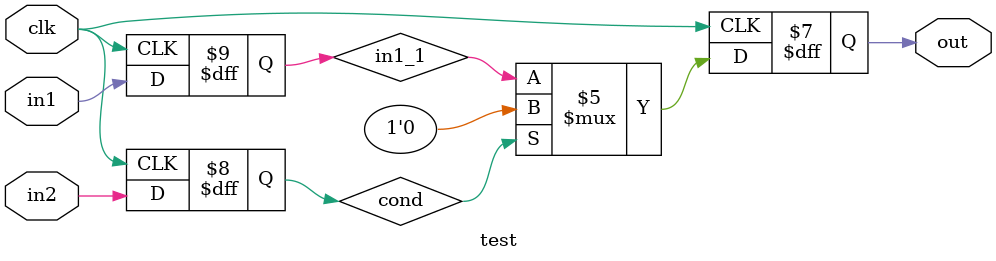
<source format=v>
module test(clk, in1, in2, out);
   // @annot{taint_source(in1)}
   // @annot{taint_source(in2)}
   // @annot{taint_sink(out)}

   // @annot{sanitize(cond)}
   // @annot{sanitize_glob(in2)}

   input clk, in1, in2;
   output out;
   
   reg    out, cond, in1_1;

   always @(posedge clk)
     in1_1 <= in1;

   always @(posedge clk)
     cond <= in2;

   always @(posedge clk)
     if (cond) begin
        out <= 0;
     end else begin
        out <= in1_1;
     end

endmodule

</source>
